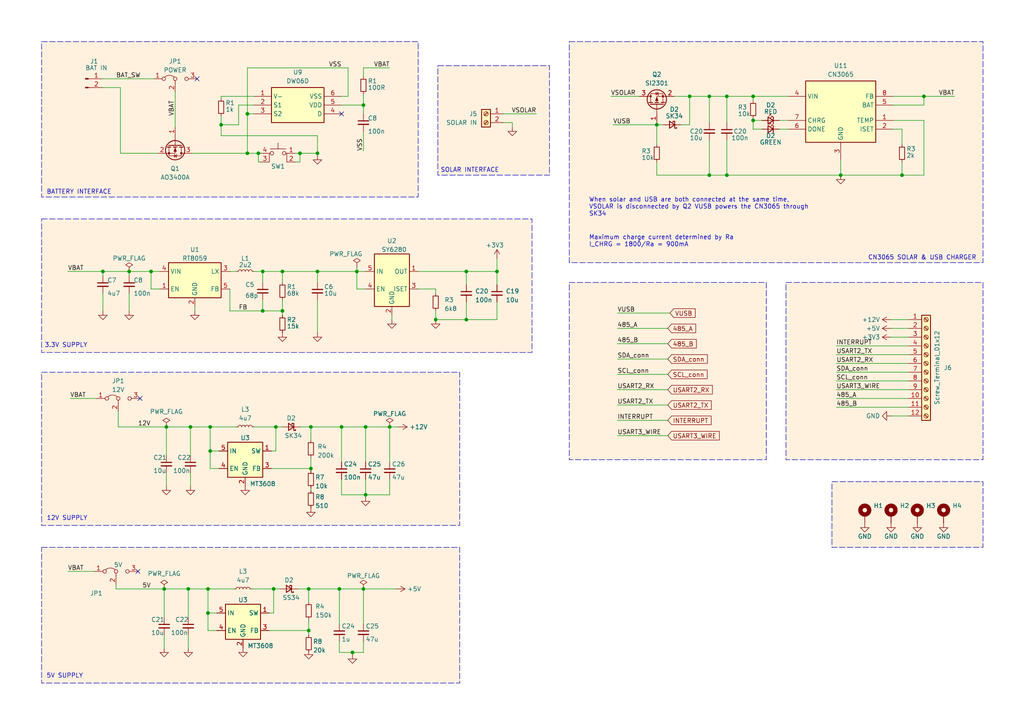
<source format=kicad_sch>
(kicad_sch (version 20230121) (generator eeschema)
  (paper "A4")
  (title_block (title "NPK RFM96 Board") (date "2023-08-11") (rev "v1a") (company "SENSEA LABS"))
  (junction (at 92.075 44.45))
  (junction (at 89.535 182.88))
  (junction (at 106.045 123.825))
  (junction (at 190.5 36.195))
  (junction (at 81.915 78.74))
  (junction (at 29.845 78.74))
  (junction (at 106.045 143.51))
  (junction (at 144.145 78.74))
  (junction (at 47.625 170.815))
  (junction (at 218.44 34.925))
  (junction (at 103.505 78.74))
  (junction (at 102.235 189.23))
  (junction (at 86.995 44.45))
  (junction (at 99.06 123.825))
  (junction (at 64.135 36.195))
  (junction (at 243.84 50.8))
  (junction (at 261.62 50.8))
  (junction (at 105.41 170.815))
  (junction (at 200.025 27.94))
  (junction (at 210.82 50.8))
  (junction (at 71.755 44.45))
  (junction (at 60.96 123.825))
  (junction (at 60.325 170.815))
  (junction (at 55.245 123.825))
  (junction (at 135.255 92.71))
  (junction (at 113.03 123.825))
  (junction (at 126.365 92.71))
  (junction (at 79.375 170.815))
  (junction (at 98.425 170.815))
  (junction (at 81.915 90.17))
  (junction (at 74.93 44.45))
  (junction (at 135.255 78.74))
  (junction (at 71.755 33.02))
  (junction (at 76.2 78.74))
  (junction (at 48.26 123.825))
  (junction (at 92.075 78.74))
  (junction (at 37.465 78.74))
  (junction (at 90.17 135.89))
  (junction (at 205.74 27.94))
  (junction (at 43.815 78.74))
  (junction (at 205.74 50.8))
  (junction (at 89.535 170.815))
  (junction (at 105.41 30.48))
  (junction (at 60.96 130.81))
  (junction (at 210.82 27.94))
  (junction (at 218.44 27.94))
  (junction (at 60.325 177.8))
  (junction (at 54.61 170.815))
  (junction (at 90.17 123.825))
  (junction (at 80.01 123.825))
  (junction (at 267.97 27.94))
  (junction (at 76.2 90.17))
  (no_connect (at 40.64 115.57))
  (no_connect (at 99.06 33.02))
  (no_connect (at 40.005 165.735))
  (no_connect (at 57.15 22.86))
  (wire (pts (xy 29.845 80.01) (xy 29.845 78.74)))
  (wire (pts (xy 81.915 78.74) (xy 81.915 81.915)))
  (wire (pts (xy 89.535 182.88) (xy 89.535 179.705)))
  (wire (pts (xy 34.925 25.4) (xy 34.925 44.45)))
  (wire (pts (xy 37.465 80.01) (xy 37.465 78.74)))
  (wire (pts (xy 92.075 39.37) (xy 92.075 44.45)))
  (wire (pts (xy 105.41 27.305) (xy 105.41 30.48)))
  (wire (pts (xy 33.655 170.815) (xy 47.625 170.815)))
  (wire (pts (xy 121.285 83.82) (xy 126.365 83.82)))
  (wire (pts (xy 258.445 95.25) (xy 263.525 95.25)))
  (wire (pts (xy 106.045 143.51) (xy 113.03 143.51)))
  (wire (pts (xy 29.845 22.86) (xy 44.45 22.86)))
  (wire (pts (xy 73.66 27.94) (xy 64.135 27.94)))
  (wire (pts (xy 60.96 135.89) (xy 60.96 130.81)))
  (wire (pts (xy 113.03 19.685) (xy 105.41 19.685)))
  (wire (pts (xy 218.44 37.465) (xy 218.44 34.925)))
  (wire (pts (xy 218.44 34.925) (xy 220.98 34.925)))
  (wire (pts (xy 90.17 141.605) (xy 90.17 142.24)))
  (wire (pts (xy 98.425 186.055) (xy 98.425 189.23)))
  (wire (pts (xy 106.045 139.065) (xy 106.045 143.51)))
  (wire (pts (xy 81.915 86.995) (xy 81.915 90.17)))
  (wire (pts (xy 99.06 133.985) (xy 99.06 123.825)))
  (wire (pts (xy 115.57 123.825) (xy 113.03 123.825)))
  (wire (pts (xy 226.06 37.465) (xy 228.6 37.465)))
  (wire (pts (xy 81.915 78.74) (xy 92.075 78.74)))
  (wire (pts (xy 135.255 78.74) (xy 144.145 78.74)))
  (wire (pts (xy 34.29 119.38) (xy 34.29 123.825)))
  (wire (pts (xy 242.57 107.95) (xy 263.525 107.95)))
  (wire (pts (xy 190.5 35.56) (xy 190.5 36.195)))
  (wire (pts (xy 113.03 143.51) (xy 113.03 139.065)))
  (wire (pts (xy 54.61 170.815) (xy 54.61 179.07)))
  (wire (pts (xy 135.255 92.71) (xy 126.365 92.71)))
  (wire (pts (xy 73.025 170.815) (xy 79.375 170.815)))
  (wire (pts (xy 135.255 87.63) (xy 135.255 92.71)))
  (wire (pts (xy 243.84 50.8) (xy 243.84 46.355)))
  (wire (pts (xy 89.535 189.23) (xy 89.535 188.595)))
  (wire (pts (xy 60.325 182.88) (xy 60.325 177.8)))
  (wire (pts (xy 73.66 30.48) (xy 69.215 30.48)))
  (wire (pts (xy 177.165 27.94) (xy 185.42 27.94)))
  (wire (pts (xy 76.2 90.17) (xy 81.915 90.17)))
  (wire (pts (xy 259.08 34.925) (xy 267.97 34.925)))
  (wire (pts (xy 99.06 143.51) (xy 106.045 143.51)))
  (wire (pts (xy 113.03 123.825) (xy 106.045 123.825)))
  (wire (pts (xy 74.93 44.45) (xy 75.565 44.45)))
  (wire (pts (xy 98.425 189.23) (xy 102.235 189.23)))
  (wire (pts (xy 261.62 37.465) (xy 261.62 41.91)))
  (wire (pts (xy 64.135 27.94) (xy 64.135 28.575)))
  (wire (pts (xy 90.17 135.89) (xy 90.17 132.715)))
  (wire (pts (xy 105.41 170.815) (xy 114.935 170.815)))
  (wire (pts (xy 43.815 78.74) (xy 46.355 78.74)))
  (wire (pts (xy 71.755 19.685) (xy 100.965 19.685)))
  (wire (pts (xy 226.06 34.925) (xy 228.6 34.925)))
  (wire (pts (xy 100.965 19.685) (xy 100.965 27.94)))
  (wire (pts (xy 126.365 83.82) (xy 126.365 85.09)))
  (wire (pts (xy 34.29 123.825) (xy 48.26 123.825)))
  (wire (pts (xy 205.74 35.56) (xy 205.74 27.94)))
  (wire (pts (xy 64.135 39.37) (xy 64.135 36.195)))
  (wire (pts (xy 258.445 92.71) (xy 263.525 92.71)))
  (wire (pts (xy 205.74 40.64) (xy 205.74 50.8)))
  (wire (pts (xy 60.96 130.81) (xy 60.96 123.825)))
  (wire (pts (xy 90.17 123.825) (xy 90.17 127.635)))
  (wire (pts (xy 210.82 40.64) (xy 210.82 50.8)))
  (wire (pts (xy 99.06 30.48) (xy 105.41 30.48)))
  (wire (pts (xy 69.215 30.48) (xy 69.215 36.195)))
  (wire (pts (xy 85.725 44.45) (xy 86.995 44.45)))
  (wire (pts (xy 190.5 36.195) (xy 192.405 36.195)))
  (wire (pts (xy 190.5 41.91) (xy 190.5 36.195)))
  (wire (pts (xy 19.685 165.735) (xy 27.305 165.735)))
  (wire (pts (xy 105.41 180.975) (xy 105.41 170.815)))
  (wire (pts (xy 20.32 115.57) (xy 27.94 115.57)))
  (wire (pts (xy 220.98 37.465) (xy 218.44 37.465)))
  (wire (pts (xy 106.045 133.985) (xy 106.045 123.825)))
  (wire (pts (xy 73.66 33.02) (xy 71.755 33.02)))
  (wire (pts (xy 105.41 30.48) (xy 105.41 33.02)))
  (wire (pts (xy 113.03 133.985) (xy 113.03 123.825)))
  (wire (pts (xy 242.57 102.87) (xy 263.525 102.87)))
  (wire (pts (xy 99.06 123.825) (xy 106.045 123.825)))
  (wire (pts (xy 179.07 90.805) (xy 194.31 90.805)))
  (wire (pts (xy 146.05 33.02) (xy 155.575 33.02)))
  (wire (pts (xy 242.57 110.49) (xy 263.525 110.49)))
  (wire (pts (xy 267.97 34.925) (xy 267.97 50.8)))
  (wire (pts (xy 48.26 140.97) (xy 48.26 137.16)))
  (wire (pts (xy 100.965 27.94) (xy 99.06 27.94)))
  (wire (pts (xy 33.655 169.545) (xy 33.655 170.815)))
  (wire (pts (xy 144.145 87.63) (xy 144.145 92.71)))
  (wire (pts (xy 126.365 92.71) (xy 126.365 90.17)))
  (wire (pts (xy 47.625 187.96) (xy 47.625 184.15)))
  (wire (pts (xy 63.5 130.81) (xy 60.96 130.81)))
  (wire (pts (xy 146.05 35.56) (xy 148.59 35.56)))
  (wire (pts (xy 43.815 83.82) (xy 43.815 78.74)))
  (wire (pts (xy 210.82 27.94) (xy 218.44 27.94)))
  (wire (pts (xy 66.675 90.17) (xy 66.675 83.82)))
  (wire (pts (xy 37.465 90.17) (xy 37.465 85.09)))
  (wire (pts (xy 54.61 170.815) (xy 60.325 170.815)))
  (wire (pts (xy 267.97 50.8) (xy 261.62 50.8)))
  (wire (pts (xy 74.93 46.99) (xy 74.93 44.45)))
  (wire (pts (xy 19.685 78.74) (xy 29.845 78.74)))
  (wire (pts (xy 103.505 83.82) (xy 103.505 78.74)))
  (wire (pts (xy 200.025 36.195) (xy 200.025 27.94)))
  (wire (pts (xy 98.425 170.815) (xy 105.41 170.815)))
  (wire (pts (xy 74.93 46.99) (xy 75.565 46.99)))
  (wire (pts (xy 55.245 140.97) (xy 55.245 137.16)))
  (wire (pts (xy 66.675 78.74) (xy 68.58 78.74)))
  (wire (pts (xy 55.245 123.825) (xy 55.245 132.08)))
  (wire (pts (xy 80.01 130.81) (xy 80.01 123.825)))
  (wire (pts (xy 47.625 170.815) (xy 47.625 179.07)))
  (wire (pts (xy 29.845 78.74) (xy 37.465 78.74)))
  (wire (pts (xy 92.075 78.74) (xy 92.075 81.915)))
  (wire (pts (xy 86.995 123.825) (xy 90.17 123.825)))
  (wire (pts (xy 60.96 123.825) (xy 68.58 123.825)))
  (wire (pts (xy 267.97 27.94) (xy 276.86 27.94)))
  (wire (pts (xy 92.075 39.37) (xy 64.135 39.37)))
  (wire (pts (xy 86.995 46.99) (xy 86.995 44.45)))
  (wire (pts (xy 86.995 44.45) (xy 92.075 44.45)))
  (wire (pts (xy 106.045 143.51) (xy 106.045 144.145)))
  (wire (pts (xy 99.06 123.825) (xy 90.17 123.825)))
  (wire (pts (xy 258.445 97.79) (xy 263.525 97.79)))
  (wire (pts (xy 55.245 123.825) (xy 60.96 123.825)))
  (wire (pts (xy 179.07 121.92) (xy 193.675 121.92)))
  (wire (pts (xy 144.145 78.74) (xy 144.145 82.55)))
  (wire (pts (xy 102.235 189.23) (xy 105.41 189.23)))
  (wire (pts (xy 205.74 50.8) (xy 210.82 50.8)))
  (wire (pts (xy 105.41 189.23) (xy 105.41 186.055)))
  (wire (pts (xy 259.08 30.48) (xy 267.97 30.48)))
  (wire (pts (xy 48.26 123.825) (xy 48.26 132.08)))
  (wire (pts (xy 105.41 19.685) (xy 105.41 22.225)))
  (wire (pts (xy 121.285 78.74) (xy 135.255 78.74)))
  (wire (pts (xy 267.97 30.48) (xy 267.97 27.94)))
  (wire (pts (xy 102.235 189.865) (xy 102.235 189.23)))
  (wire (pts (xy 99.06 143.51) (xy 99.06 139.065)))
  (wire (pts (xy 80.01 123.825) (xy 81.915 123.825)))
  (wire (pts (xy 210.82 27.94) (xy 210.82 35.56)))
  (wire (pts (xy 98.425 180.975) (xy 98.425 170.815)))
  (wire (pts (xy 190.5 46.99) (xy 190.5 50.8)))
  (wire (pts (xy 205.74 27.94) (xy 210.82 27.94)))
  (wire (pts (xy 113.665 92.71) (xy 113.665 91.44)))
  (wire (pts (xy 81.915 90.17) (xy 81.915 91.44)))
  (wire (pts (xy 242.57 113.03) (xy 263.525 113.03)))
  (wire (pts (xy 78.74 130.81) (xy 80.01 130.81)))
  (wire (pts (xy 76.2 78.74) (xy 81.915 78.74)))
  (wire (pts (xy 78.74 135.89) (xy 90.17 135.89)))
  (wire (pts (xy 76.2 78.74) (xy 76.2 81.915)))
  (wire (pts (xy 210.82 50.8) (xy 243.84 50.8)))
  (wire (pts (xy 218.44 27.94) (xy 228.6 27.94)))
  (wire (pts (xy 197.485 36.195) (xy 200.025 36.195)))
  (wire (pts (xy 218.44 27.94) (xy 218.44 29.21)))
  (wire (pts (xy 261.62 50.8) (xy 243.84 50.8)))
  (wire (pts (xy 48.26 123.825) (xy 55.245 123.825)))
  (wire (pts (xy 98.425 170.815) (xy 89.535 170.815)))
  (wire (pts (xy 179.07 95.25) (xy 193.675 95.25)))
  (wire (pts (xy 89.535 170.815) (xy 89.535 174.625)))
  (wire (pts (xy 179.07 117.475) (xy 193.675 117.475)))
  (wire (pts (xy 179.07 99.695) (xy 193.675 99.695)))
  (wire (pts (xy 179.07 104.14) (xy 193.675 104.14)))
  (wire (pts (xy 63.5 135.89) (xy 60.96 135.89)))
  (wire (pts (xy 60.325 177.8) (xy 60.325 170.815)))
  (wire (pts (xy 71.755 44.45) (xy 74.93 44.45)))
  (wire (pts (xy 261.62 46.99) (xy 261.62 50.8)))
  (wire (pts (xy 242.57 115.57) (xy 263.525 115.57)))
  (wire (pts (xy 259.08 37.465) (xy 261.62 37.465)))
  (wire (pts (xy 69.215 36.195) (xy 64.135 36.195)))
  (wire (pts (xy 179.07 108.585) (xy 193.675 108.585)))
  (wire (pts (xy 73.66 78.74) (xy 76.2 78.74)))
  (wire (pts (xy 79.375 177.8) (xy 79.375 170.815)))
  (wire (pts (xy 89.535 184.15) (xy 89.535 182.88)))
  (wire (pts (xy 55.88 44.45) (xy 71.755 44.45)))
  (wire (pts (xy 62.865 182.88) (xy 60.325 182.88)))
  (wire (pts (xy 135.255 82.55) (xy 135.255 78.74)))
  (wire (pts (xy 144.145 92.71) (xy 135.255 92.71)))
  (wire (pts (xy 103.505 78.74) (xy 106.045 78.74)))
  (wire (pts (xy 267.97 27.94) (xy 259.08 27.94)))
  (wire (pts (xy 47.625 170.815) (xy 54.61 170.815)))
  (wire (pts (xy 179.07 113.03) (xy 193.675 113.03)))
  (wire (pts (xy 29.845 90.17) (xy 29.845 85.09)))
  (wire (pts (xy 92.075 86.995) (xy 92.075 96.52)))
  (wire (pts (xy 200.025 27.94) (xy 205.74 27.94)))
  (wire (pts (xy 177.8 36.195) (xy 190.5 36.195)))
  (wire (pts (xy 78.105 177.8) (xy 79.375 177.8)))
  (wire (pts (xy 106.045 83.82) (xy 103.505 83.82)))
  (wire (pts (xy 218.44 34.925) (xy 218.44 34.29)))
  (wire (pts (xy 64.135 36.195) (xy 64.135 33.655)))
  (wire (pts (xy 71.755 33.02) (xy 71.755 44.45)))
  (wire (pts (xy 73.66 123.825) (xy 80.01 123.825)))
  (wire (pts (xy 195.58 27.94) (xy 200.025 27.94)))
  (wire (pts (xy 50.8 26.67) (xy 50.8 36.83)))
  (wire (pts (xy 92.075 78.74) (xy 103.505 78.74)))
  (wire (pts (xy 60.325 170.815) (xy 67.945 170.815)))
  (wire (pts (xy 190.5 50.8) (xy 205.74 50.8)))
  (wire (pts (xy 103.505 77.47) (xy 103.505 78.74)))
  (wire (pts (xy 148.59 35.56) (xy 148.59 36.83)))
  (wire (pts (xy 105.41 38.1) (xy 105.41 43.815)))
  (wire (pts (xy 56.515 90.17) (xy 56.515 88.9)))
  (wire (pts (xy 242.57 118.11) (xy 263.525 118.11)))
  (wire (pts (xy 258.445 120.65) (xy 263.525 120.65)))
  (wire (pts (xy 90.17 136.525) (xy 90.17 135.89)))
  (wire (pts (xy 66.675 90.17) (xy 76.2 90.17)))
  (wire (pts (xy 34.925 44.45) (xy 45.72 44.45)))
  (wire (pts (xy 242.57 105.41) (xy 263.525 105.41)))
  (wire (pts (xy 37.465 78.74) (xy 43.815 78.74)))
  (wire (pts (xy 242.57 100.33) (xy 263.525 100.33)))
  (wire (pts (xy 78.105 182.88) (xy 89.535 182.88)))
  (wire (pts (xy 71.755 19.685) (xy 71.755 33.02)))
  (wire (pts (xy 76.2 90.17) (xy 76.2 86.995)))
  (wire (pts (xy 85.725 46.99) (xy 86.995 46.99)))
  (wire (pts (xy 54.61 187.96) (xy 54.61 184.15)))
  (wire (pts (xy 79.375 170.815) (xy 81.28 170.815)))
  (wire (pts (xy 62.865 177.8) (xy 60.325 177.8)))
  (wire (pts (xy 46.355 83.82) (xy 43.815 83.82)))
  (wire (pts (xy 86.36 170.815) (xy 89.535 170.815)))
  (wire (pts (xy 179.07 126.365) (xy 193.675 126.365)))
  (wire (pts (xy 92.075 44.45) (xy 92.075 45.085)))
  (wire (pts (xy 144.145 74.93) (xy 144.145 78.74)))
  (wire (pts (xy 29.845 25.4) (xy 34.925 25.4)))
  (rectangle (start 12.065 158.75) (end 133.35 198.12) (stroke (width 0) (type dash)) (fill (type color) (color 255 229 191 0.5)))
  (rectangle (start 241.3 139.7) (end 285.115 158.75) (stroke (width 0) (type dash)) (fill (type color) (color 255 229 191 0.5)))
  (rectangle (start 227.965 81.915) (end 285.115 133.35) (stroke (width 0) (type dash)) (fill (type color) (color 255 229 191 0.5)))
  (rectangle (start 12.065 63.5) (end 154.305 102.235) (stroke (width 0) (type dash)) (fill (type color) (color 255 229 191 0.5)))
  (rectangle (start 12.065 12.065) (end 121.285 57.15) (stroke (width 0) (type dash)) (fill (type color) (color 255 229 191 0.5)))
  (rectangle (start 12.065 107.95) (end 133.35 152.4) (stroke (width 0) (type dash)) (fill (type color) (color 255 229 191 0.5)))
  (rectangle (start 165.1 81.915) (end 222.25 133.35) (stroke (width 0) (type dash)) (fill (type color) (color 255 229 191 0.5)))
  (rectangle (start 127 19.05) (end 159.385 50.8) (stroke (width 0) (type dash)) (fill (type color) (color 255 229 191 0.5)))
  (rectangle (start 165.1 12.065) (end 285.115 76.2) (stroke (width 0) (type dash)) (fill (type color) (color 255 229 191 0.5)))
  (text "3.3V SUPPLY" (at 25.4 100.965 0) (effects (font (size 1.27 1.27)) (justify right bottom)))
  (text "Maximum charge current determined by Ra\nI_CHRG = 1800/Ra = 900mA" (at 170.815 71.755 0) (effects (font (size 1.27 1.27)) (justify left bottom)))
  (text "12V SUPPLY" (at 25.4 151.13 0) (effects (font (size 1.27 1.27)) (justify right bottom)))
  (text "When solar and USB are both connected at the same time,\nVSOLAR is disconnected by Q2 VUSB powers the CN3065 through\nSK34" (at 170.815 62.865 0) (effects (font (size 1.27 1.27)) (justify left bottom)))
  (text "SOLAR INTERFACE" (at 144.78 50.165 0) (effects (font (size 1.27 1.27)) (justify right bottom)))
  (text "5V SUPPLY" (at 24.13 196.85 0) (effects (font (size 1.27 1.27)) (justify right bottom)))
  (text "BATTERY INTERFACE" (at 32.385 56.515 0) (effects (font (size 1.27 1.27)) (justify right bottom)))
  (text "CN3065 SOLAR & USB CHARGER" (at 283.21 75.565 0) (effects (font (size 1.27 1.27)) (justify right bottom)))
  (label "BAT_SW" (at 33.655 22.86 0))
  (label "VBAT" (at 19.685 165.735 0))
  (label "USART3_WIRE" (at 242.57 113.03 0))
  (label "USART3_WIRE" (at 179.07 126.365 0))
  (label "VSS" (at 99.06 19.685 180))
  (label "USART2_TX" (at 179.07 117.475 0))
  (label "VBAT" (at 276.86 27.94 180))
  (label "VBAT" (at 113.03 19.685 180))
  (label "485_B" (at 179.07 99.695 0))
  (label "5V" (at 41.275 170.815 0))
  (label "INTERRUPT" (at 242.57 100.33 0))
  (label "VSOLAR" (at 177.165 27.94 0))
  (label "485_A" (at 179.07 95.25 0))
  (label "VUSB" (at 179.07 90.805 0))
  (label "FB" (at 69.215 90.17 0))
  (label "VBAT" (at 50.8 33.655 90))
  (label "USART2_TX" (at 242.57 102.87 0))
  (label "485_B" (at 242.57 118.11 0))
  (label "12V" (at 40.005 123.825 0))
  (label "SCL_conn" (at 179.07 108.585 0))
  (label "SDA_conn" (at 179.07 104.14 0))
  (label "VSS" (at 105.41 43.815 90))
  (label "SCL_conn" (at 242.57 110.49 0))
  (label "VSOLAR" (at 155.575 33.02 180))
  (label "SDA_conn" (at 242.57 107.95 0))
  (label "VBAT" (at 20.32 115.57 0))
  (label "485_A" (at 242.57 115.57 0))
  (label "VBAT" (at 19.685 78.74 0))
  (label "USART2_RX" (at 242.57 105.41 0))
  (label "VUSB" (at 177.8 36.195 0))
  (label "USART2_RX" (at 179.07 113.03 0))
  (label "INTERRUPT" (at 179.07 121.92 0))
  (global_label "USART3_WIRE" (shape input) (at 193.675 126.365 0) (property "Intersheetrefs" "${INTERSHEET_REFS}" (effects hide)))
  (global_label "USART2_RX" (shape input) (at 193.675 113.03 0) (property "Intersheetrefs" "${INTERSHEET_REFS}" (effects hide)))
  (global_label "VUSB" (shape input) (at 194.31 90.805 0) (property "Intersheetrefs" "${INTERSHEET_REFS}" (effects hide)))
  (global_label "485_B" (shape input) (at 193.675 99.695 0) (property "Intersheetrefs" "${INTERSHEET_REFS}" (effects hide)))
  (global_label "485_A" (shape input) (at 193.675 95.25 0) (property "Intersheetrefs" "${INTERSHEET_REFS}" (effects hide)))
  (global_label "INTERRUPT" (shape input) (at 193.675 121.92 0) (property "Intersheetrefs" "${INTERSHEET_REFS}" (effects hide)))
  (global_label "USART2_TX" (shape input) (at 193.675 117.475 0) (property "Intersheetrefs" "${INTERSHEET_REFS}" (effects hide)))
  (global_label "SCL_conn" (shape input) (at 193.675 108.585 0) (property "Intersheetrefs" "${INTERSHEET_REFS}" (effects hide)))
  (global_label "SDA_conn" (shape input) (at 193.675 104.14 0) (property "Intersheetrefs" "${INTERSHEET_REFS}" (effects hide)))
  (symbol (lib_id "power:GND") (at 126.365 92.71 0) (unit 1)
    (property "Reference" "#PWR015" (effects hide))
    (property "Value" "GND" (effects hide))
    (instances (project "NPK_Board" (path "" (reference "#PWR015") (unit 1)) (path "" (reference "#PWR09") (unit 1))) (project "NPK_Board x RFM96" (path "" (reference "#PWR055") (unit 1))) (project "STLoRa_Carrier_Board" (path "" (reference "#PWR07") (unit 1))))
  )
  (symbol (lib_id "Transistor_FET:AO3400A") (at 50.8 41.91 270) (unit 1)
    (property "Reference" "Q1" (at 50.8 48.895 90))
    (property "Value" "AO3400A" (at 50.8 51.435 90))
    (property "Footprint" "Package_TO_SOT_SMD:SOT-23" (effects hide))
    (property "Datasheet" "http://www.aosmd.com/pdfs/datasheet/AO3400A.pdf" (effects hide))
  )
  (symbol (lib_id "power:GND") (at 92.075 45.085 0) (unit 1)
    (property "Reference" "#PWR07" (effects hide))
    (property "Value" "GND" (effects hide))
    (instances (project "NPK_Board" (path "" (reference "#PWR07") (unit 1)) (path "" (reference "#PWR08") (unit 1))) (project "NPK_Board x RFM96" (path "" (reference "#PWR048") (unit 1))) (project "STLoRa_Carrier_Board" (path "" (reference "#PWR03") (unit 1))))
  )
  (symbol (lib_id "Jumper:Jumper_3_Bridged12") (at 50.8 22.86 0) (unit 1)
    (property "Reference" "JP1" (at 50.8 17.78 0))
    (property "Value" "POWER" (at 50.8 20.32 0))
    (property "Footprint" "Connector_PinHeader_2.54mm:PinHeader_1x03_P2.54mm_Vertical" (effects hide))
    (instances (project "NPK_Board" (path "" (reference "JP1") (unit 1)) (path "" (reference "JP1") (unit 1))) (project "NPK_Board x RFM96" (path "" (reference "JP3") (unit 1))))
  )
  (symbol (lib_id "Collins_Custom_Libs:RT8059") (at 56.515 81.28 0) (unit 1)
    (property "Reference" "U1" (at 56.515 72.39 0))
    (property "Value" "RT8059" (at 56.515 74.93 0))
    (property "Footprint" "Package_TO_SOT_SMD:SOT-23-5" (effects hide))
    (property "Datasheet" "https://datasheet.lcsc.com/lcsc/1811100910_Richtek-Tech-RT8059GJ5_C20542.pdf" (effects hide))
    (instances (project "NPK_Board" (path "" (reference "U1") (unit 1)) (path "" (reference "U1") (unit 1))) (project "NPK_Board x RFM96" (path "" (reference "U6") (unit 1))) (project "STLoRa_Carrier_Board" (path "" (reference "U1") (unit 1))))
  )
  (symbol (lib_id "power:GND") (at 258.445 151.765 0) (unit 1)
    (property "Reference" "#PWR064" (effects hide))
    (property "Value" "GND" (at 258.445 155.575 0))
  )
  (symbol (lib_id "Device:LED_Small") (at 223.52 34.925 0) (mirror y) (unit 1)
    (property "Reference" "D2" (at 223.52 30.48 0))
    (property "Value" "RED" (at 223.52 32.385 0))
    (property "Footprint" "LED_SMD:LED_0603_1608Metric" (effects hide))
    (instances (project "NPK_Board x RFM96" (path "" (reference "D2") (unit 1)) (path "" (reference "D9") (unit 1))))
  )
  (symbol (lib_id "Collins_Custom_Libs:SY6280") (at 113.665 81.28 0) (unit 1)
    (property "Reference" "U2" (at 113.665 69.85 0))
    (property "Value" "SY6280" (at 114.3 72.39 0))
    (property "Footprint" "Package_TO_SOT_SMD:SOT-23-5" (effects hide))
    (property "Datasheet" "https://datasheet.lcsc.com/lcsc/1810121532_Silergy-Corp-SY6280AAC_C55136.pdf" (effects hide))
    (instances (project "NPK_Board" (path "" (reference "U2") (unit 1)) (path "" (reference "U2") (unit 1))) (project "NPK_Board x RFM96" (path "" (reference "U10") (unit 1))) (project "STLoRa_Carrier_Board" (path "" (reference "U2") (unit 1))))
  )
  (symbol (lib_id "Connector:Conn_01x02_Pin") (at 24.765 22.86 0) (unit 1)
    (property "Reference" "J1" (at 27.305 17.78 0))
    (property "Value" "BAT IN" (at 27.94 19.685 0))
    (property "Footprint" "Connector_JST:JST_PH_B2B-PH-K_1x02_P2.00mm_Vertical" (effects hide))
    (instances (project "NPK_Board" (path "" (reference "J1") (unit 1)) (path "" (reference "J1") (unit 1))) (project "NPK_Board x RFM96" (path "" (reference "J4") (unit 1))) (project "STLoRa_Carrier_Board" (path "" (reference "J2") (unit 1))))
  )
  (symbol (lib_id "power:GND") (at 71.12 140.97 0) (mirror y) (unit 1)
    (property "Reference" "#PWR022" (effects hide))
    (property "Value" "GND" (effects hide))
    (instances (project "NPK_Board" (path "" (reference "#PWR022") (unit 1)) (path "" (reference "#PWR021") (unit 1))) (project "NPK_Board x RFM96" (path "" (reference "#PWR044") (unit 1))) (project "STLoRa_Carrier_Board" (path "" (reference "#PWR06") (unit 1))))
  )
  (symbol (lib_id "Device:C_Small") (at 76.2 84.455 0) (unit 1)
    (property "Reference" "C5" (at 71.12 82.55 0) (effects (justify left)))
    (property "Value" "68p" (at 71.12 85.725 0) (effects (justify left)))
    (property "Footprint" "Capacitor_SMD:C_0402_1005Metric" (effects hide))
    (instances (project "NPK_Board" (path "" (reference "C5") (unit 1)) (path "" (reference "C19") (unit 1))) (project "NPK_Board x RFM96" (path "" (reference "C23") (unit 1))) (project "STLoRa_Carrier_Board" (path "" (reference "C2") (unit 1))))
  )
  (symbol (lib_id "power:GND") (at 56.515 90.17 0) (unit 1)
    (property "Reference" "#PWR07" (effects hide))
    (property "Value" "GND" (effects hide))
    (instances (project "NPK_Board" (path "" (reference "#PWR07") (unit 1)) (path "" (reference "#PWR08") (unit 1))) (project "NPK_Board x RFM96" (path "" (reference "#PWR042") (unit 1))) (project "STLoRa_Carrier_Board" (path "" (reference "#PWR03") (unit 1))))
  )
  (symbol (lib_id "Device:D_Schottky_Small") (at 84.455 123.825 180) (unit 1)
    (property "Reference" "D2" (at 84.455 121.285 0))
    (property "Value" "SK34" (at 85.09 126.365 0))
    (property "Footprint" "Diode_SMD:D_0603_1608Metric" (effects hide))
    (property "Datasheet" "https://datasheet.lcsc.com/lcsc/2208221800_MSKSEMI-SK34_C5140034.pdf" (effects hide))
    (instances (project "NPK_Board" (path "" (reference "D2") (unit 1)) (path "" (reference "D2") (unit 1))) (project "NPK_Board x RFM96" (path "" (reference "D7") (unit 1))))
  )
  (symbol (lib_id "power:GND") (at 243.84 50.8 0) (unit 1)
    (property "Reference" "#PWR015" (effects hide))
    (property "Value" "GND" (effects hide))
    (instances (project "NPK_Board" (path "" (reference "#PWR015") (unit 1)) (path "" (reference "#PWR09") (unit 1))) (project "NPK_Board x RFM96" (path "" (reference "#PWR058") (unit 1))) (project "STLoRa_Carrier_Board" (path "" (reference "#PWR07") (unit 1))))
  )
  (symbol (lib_id "Device:L_Small") (at 71.12 123.825 90) (unit 1)
    (property "Reference" "L3" (at 71.12 118.745 90))
    (property "Value" "4u7" (at 71.12 121.285 90))
    (property "Footprint" "Inductor_SMD:L_Sunlord_SWPA4030S" (effects hide))
    (instances (project "NPK_Board" (path "" (reference "L3") (unit 1)) (path "" (reference "L3") (unit 1))) (project "NPK_Board x RFM96" (path "" (reference "L3") (unit 1))) (project "STLoRa_Carrier_Board" (path "" (reference "L1") (unit 1))))
  )
  (symbol (lib_id "Device:R_Small") (at 81.915 84.455 0) (unit 1)
    (property "Reference" "R1" (at 83.185 83.185 0) (effects (justify left)))
    (property "Value" "68k" (at 83.185 85.09 0) (effects (justify left)))
    (property "Footprint" "Resistor_SMD:R_0603_1608Metric" (effects hide))
    (instances (project "NPK_Board" (path "" (reference "R1") (unit 1)) (path "" (reference "R2") (unit 1))) (project "NPK_Board x RFM96" (path "" (reference "R9") (unit 1))) (project "STLoRa_Carrier_Board" (path "" (reference "R1") (unit 1))))
  )
  (symbol (lib_id "Device:C_Small") (at 105.41 35.56 0) (unit 1)
    (property "Reference" "C8" (at 106.68 34.29 0) (effects (justify left)))
    (property "Value" "100n" (at 106.68 38.1 0) (effects (justify left)))
    (property "Footprint" "Capacitor_SMD:C_0603_1608Metric" (effects hide))
    (instances (project "NPK_Board" (path "" (reference "C8") (unit 1)) (path "" (reference "C6") (unit 1))) (project "NPK_Board x RFM96" (path "" (reference "C27") (unit 1))) (project "STLoRa_Carrier_Board" (path "" (reference "C1") (unit 1))))
  )
  (symbol (lib_id "Regulator_Switching:MT3608") (at 71.12 133.35 0) (unit 1)
    (property "Reference" "U3" (at 71.12 127 0))
    (property "Value" "MT3608" (at 76.2 140.335 0))
    (property "Footprint" "Package_TO_SOT_SMD:SOT-23-6" (effects hide))
    (property "Datasheet" "https://www.olimex.com/Products/Breadboarding/BB-PWR-3608/resources/MT3608.pdf" (effects hide))
    (instances (project "NPK_Board" (path "" (reference "U3") (unit 1)) (path "" (reference "U3") (unit 1))) (project "NPK_Board x RFM96" (path "" (reference "U8") (unit 1))))
  )
  (symbol (lib_id "Device:R_Small") (at 81.915 93.98 0) (unit 1)
    (property "Reference" "R2" (at 83.185 92.71 0) (effects (justify left)))
    (property "Value" "15k" (at 83.185 94.615 0) (effects (justify left)))
    (property "Footprint" "Resistor_SMD:R_0603_1608Metric" (effects hide))
    (instances (project "NPK_Board" (path "" (reference "R2") (unit 1)) (path "" (reference "R3") (unit 1))) (project "NPK_Board x RFM96" (path "" (reference "R10") (unit 1))) (project "STLoRa_Carrier_Board" (path "" (reference "R2") (unit 1))))
  )
  (symbol (lib_id "Connector:Screw_Terminal_01x02") (at 140.97 33.02 0) (mirror y) (unit 1)
    (property "Reference" "J5" (at 138.43 33.02 0) (effects (justify left)))
    (property "Value" "SOLAR IN" (at 138.43 35.56 0) (effects (justify left)))
    (property "Footprint" "TerminalBlock_Phoenix:TerminalBlock_Phoenix_MPT-0,5-2-2.54_1x02_P2.54mm_Horizontal" (effects hide))
  )
  (symbol (lib_id "power:PWR_FLAG") (at 37.465 78.74 0) (unit 1)
    (property "Reference" "#FLG01" (effects hide))
    (property "Value" "PWR_FLAG" (at 37.465 74.93 0))
    (instances (project "NPK_Board" (path "" (reference "#FLG01") (unit 1)) (path "" (reference "#FLG01") (unit 1))) (project "NPK_Board x RFM96" (path "" (reference "#FLG03") (unit 1))) (project "STLoRa_Carrier_Board" (path "" (reference "#FLG03") (unit 1))))
  )
  (symbol (lib_id "Device:R_Small") (at 105.41 24.765 0) (unit 1)
    (property "Reference" "R1" (at 106.68 23.495 0) (effects (justify left)))
    (property "Value" "100R" (at 106.68 25.4 0) (effects (justify left)))
    (property "Footprint" "Resistor_SMD:R_0603_1608Metric" (effects hide))
    (instances (project "NPK_Board" (path "" (reference "R1") (unit 1)) (path "" (reference "R2") (unit 1))) (project "NPK_Board x RFM96" (path "" (reference "R16") (unit 1))) (project "STLoRa_Carrier_Board" (path "" (reference "R1") (unit 1))))
  )
  (symbol (lib_id "Collins_Custom_Libs:CN3065") (at 228.6 26.035 0) (unit 1)
    (property "Reference" "U11" (at 243.84 19.05 0))
    (property "Value" "CN3065" (at 243.84 21.59 0))
    (property "Footprint" "Collins_Custom_Libs:SON50P300X300X90-9N-D" (effects hide))
    (property "Datasheet" "https://raw.githubusercontent.com/SeeedDocument/Lipo_Rider_Pro/master/res/DSE-CN3065.pdf" (effects hide))
    (property "Height" "0.9" (effects hide))
    (property "Manufacturer_Name" "Consonance" (effects hide))
    (property "Manufacturer_Part_Number" "CN3065" (effects hide))
  )
  (symbol (lib_id "power:GND") (at 273.685 151.765 0) (unit 1)
    (property "Reference" "#PWR066" (effects hide))
    (property "Value" "GND" (at 273.685 155.575 0))
  )
  (symbol (lib_id "Device:C_Small") (at 98.425 183.515 0) (unit 1)
    (property "Reference" "C24" (at 99.06 181.61 0) (effects (justify left)))
    (property "Value" "1u" (at 99.06 185.42 0) (effects (justify left)))
    (property "Footprint" "Capacitor_SMD:C_0603_1608Metric" (effects hide))
    (instances (project "NPK_Board" (path "" (reference "C24") (unit 1)) (path "" (reference "C24") (unit 1))) (project "NPK_Board x RFM96" (path "" (reference "C25") (unit 1))) (project "STLoRa_Carrier_Board" (path "" (reference "C3") (unit 1))))
  )
  (symbol (lib_id "Device:C_Small") (at 105.41 183.515 0) (unit 1)
    (property "Reference" "C25" (at 106.045 181.61 0) (effects (justify left)))
    (property "Value" "47u" (at 106.045 185.42 0) (effects (justify left)))
    (property "Footprint" "Capacitor_SMD:C_0805_2012Metric" (effects hide))
    (instances (project "NPK_Board" (path "" (reference "C25") (unit 1)) (path "" (reference "C25") (unit 1))) (project "NPK_Board x RFM96" (path "" (reference "C28") (unit 1))) (project "STLoRa_Carrier_Board" (path "" (reference "C3") (unit 1))))
  )
  (symbol (lib_id "Device:C_Small") (at 37.465 82.55 0) (unit 1)
    (property "Reference" "C8" (at 38.735 81.28 0) (effects (justify left)))
    (property "Value" "100n" (at 38.735 85.09 0) (effects (justify left)))
    (property "Footprint" "Capacitor_SMD:C_0402_1005Metric" (effects hide))
    (instances (project "NPK_Board" (path "" (reference "C8") (unit 1)) (path "" (reference "C6") (unit 1))) (project "NPK_Board x RFM96" (path "" (reference "C18") (unit 1))) (project "STLoRa_Carrier_Board" (path "" (reference "C1") (unit 1))))
  )
  (symbol (lib_id "Mechanical:MountingHole_Pad") (at 273.685 149.225 0) (unit 1)
    (property "Reference" "H4" (at 276.225 146.685 0) (effects (justify left)))
    (property "Value" "MountingHole_Pad" (effects hide))
    (property "Footprint" "MountingHole:MountingHole_2.2mm_M2_Pad_Via" (effects hide))
  )
  (symbol (lib_id "power:+12V") (at 258.445 92.71 90) (unit 1)
    (property "Reference" "#PWR060" (effects hide))
    (property "Value" "+12V" (at 255.27 92.71 90) (effects (justify left)))
  )
  (symbol (lib_id "Device:D_Schottky_Small") (at 83.82 170.815 180) (unit 1)
    (property "Reference" "D2" (at 83.82 168.275 0))
    (property "Value" "SS34" (at 84.455 173.355 0))
    (property "Footprint" "Diode_SMD:D_0603_1608Metric" (effects hide))
    (property "Datasheet" "https://datasheet.lcsc.com/lcsc/2110280930_YONGYUTAI-SS34_C2909963.pdf" (effects hide))
    (instances (project "NPK_Board" (path "" (reference "D2") (unit 1)) (path "" (reference "D2") (unit 1))) (project "NPK_Board x RFM96" (path "" (reference "D6") (unit 1))))
  )
  (symbol (lib_id "power:GND") (at 55.245 140.97 0) (mirror y) (unit 1)
    (property "Reference" "#PWR021" (effects hide))
    (property "Value" "GND" (effects hide))
    (instances (project "NPK_Board" (path "" (reference "#PWR021") (unit 1)) (path "" (reference "#PWR020") (unit 1))) (project "NPK_Board x RFM96" (path "" (reference "#PWR041") (unit 1))) (project "STLoRa_Carrier_Board" (path "" (reference "#PWR06") (unit 1))))
  )
  (symbol (lib_id "power:GND") (at 266.065 151.765 0) (unit 1)
    (property "Reference" "#PWR065" (effects hide))
    (property "Value" "GND" (at 266.065 155.575 0))
  )
  (symbol (lib_id "Mechanical:MountingHole_Pad") (at 250.825 149.225 0) (unit 1)
    (property "Reference" "H1" (at 253.365 146.685 0) (effects (justify left)))
    (property "Value" "MountingHole_Pad" (effects hide))
    (property "Footprint" "MountingHole:MountingHole_2.2mm_M2_Pad_Via" (effects hide))
  )
  (symbol (lib_id "power:PWR_FLAG") (at 105.41 170.815 0) (unit 1)
    (property "Reference" "#FLG04" (effects hide))
    (property "Value" "PWR_FLAG" (at 105.41 167.005 0))
    (instances (project "NPK_Board" (path "" (reference "#FLG04") (unit 1)) (path "" (reference "#FLG04") (unit 1))) (project "NPK_Board x RFM96" (path "" (reference "#FLG07") (unit 1))) (project "STLoRa_Carrier_Board" (path "" (reference "#FLG02") (unit 1))))
  )
  (symbol (lib_id "power:+3V3") (at 144.145 74.93 0) (unit 1)
    (property "Reference" "#PWR056" (effects hide))
    (property "Value" "+3V3" (at 143.51 71.12 0))
  )
  (symbol (lib_id "Device:C_Small") (at 92.075 84.455 0) (unit 1)
    (property "Reference" "C6" (at 93.98 83.185 0) (effects (justify left)))
    (property "Value" "10u" (at 93.98 85.09 0) (effects (justify left)))
    (property "Footprint" "Capacitor_SMD:C_0603_1608Metric" (effects hide))
    (instances (project "NPK_Board" (path "" (reference "C6") (unit 1)) (path "" (reference "C20") (unit 1))) (project "NPK_Board x RFM96" (path "" (reference "C24") (unit 1))) (project "STLoRa_Carrier_Board" (path "" (reference "C4") (unit 1))))
  )
  (symbol (lib_id "Device:C_Small") (at 106.045 136.525 0) (unit 1)
    (property "Reference" "C25" (at 106.68 134.62 0) (effects (justify left)))
    (property "Value" "47u" (at 106.68 138.43 0) (effects (justify left)))
    (property "Footprint" "Capacitor_SMD:C_0805_2012Metric" (effects hide))
    (instances (project "NPK_Board" (path "" (reference "C25") (unit 1)) (path "" (reference "C25") (unit 1))) (project "NPK_Board x RFM96" (path "" (reference "C29") (unit 1))) (project "STLoRa_Carrier_Board" (path "" (reference "C3") (unit 1))))
  )
  (symbol (lib_id "power:+5V") (at 258.445 95.25 90) (unit 1)
    (property "Reference" "#PWR061" (effects hide))
    (property "Value" "+5V" (at 255.27 95.25 90) (effects (justify left)))
  )
  (symbol (lib_id "power:GND") (at 90.17 147.32 0) (mirror y) (unit 1)
    (property "Reference" "#PWR028" (effects hide))
    (property "Value" "GND" (effects hide))
    (instances (project "NPK_Board" (path "" (reference "#PWR028") (unit 1)) (path "" (reference "#PWR022") (unit 1))) (project "NPK_Board x RFM96" (path "" (reference "#PWR047") (unit 1))) (project "STLoRa_Carrier_Board" (path "" (reference "#PWR06") (unit 1))))
  )
  (symbol (lib_id "Device:R_Small") (at 126.365 87.63 0) (unit 1)
    (property "Reference" "R3" (at 128.905 86.995 0) (effects (justify left)))
    (property "Value" "6k8" (at 128.905 89.535 0) (effects (justify left)))
    (property "Footprint" "Resistor_SMD:R_0603_1608Metric" (effects hide))
    (instances (project "NPK_Board" (path "" (reference "R3") (unit 1)) (path "" (reference "R1") (unit 1))) (project "NPK_Board x RFM96" (path "" (reference "R17") (unit 1))) (project "STLoRa_Carrier_Board" (path "" (reference "R3") (unit 1))))
  )
  (symbol (lib_id "Regulator_Switching:MT3608") (at 70.485 180.34 0) (unit 1)
    (property "Reference" "U3" (at 70.485 173.99 0))
    (property "Value" "MT3608" (at 75.565 187.325 0))
    (property "Footprint" "Package_TO_SOT_SMD:SOT-23-6" (effects hide))
    (property "Datasheet" "https://www.olimex.com/Products/Breadboarding/BB-PWR-3608/resources/MT3608.pdf" (effects hide))
    (instances (project "NPK_Board" (path "" (reference "U3") (unit 1)) (path "" (reference "U3") (unit 1))) (project "NPK_Board x RFM96" (path "" (reference "U7") (unit 1))))
  )
  (symbol (lib_id "Device:L_Small") (at 71.12 78.74 90) (unit 1)
    (property "Reference" "L1" (at 71.12 74.93 90))
    (property "Value" "2u2" (at 71.12 76.835 90))
    (property "Footprint" "Inductor_SMD:L_Sunlord_SWPA3015S" (effects hide))
    (instances (project "NPK_Board" (path "" (reference "L1") (unit 1)) (path "" (reference "L1") (unit 1))) (project "NPK_Board x RFM96" (path "" (reference "L2") (unit 1))) (project "STLoRa_Carrier_Board" (path "" (reference "L1") (unit 1))))
  )
  (symbol (lib_id "power:GND") (at 113.665 92.71 0) (unit 1)
    (property "Reference" "#PWR016" (effects hide))
    (property "Value" "GND" (effects hide))
    (instances (project "NPK_Board" (path "" (reference "#PWR016") (unit 1)) (path "" (reference "#PWR015") (unit 1))) (project "NPK_Board x RFM96" (path "" (reference "#PWR052") (unit 1))) (project "STLoRa_Carrier_Board" (path "" (reference "#PWR06") (unit 1))))
  )
  (symbol (lib_id "Device:C_Small") (at 210.82 38.1 0) (unit 1)
    (property "Reference" "C20" (at 212.725 38.1 0) (effects (justify left)))
    (property "Value" "100n" (at 212.09 40.005 0) (effects (justify left)))
    (property "Footprint" "Capacitor_SMD:C_0603_1608Metric" (effects hide))
    (instances (project "NPK_Board" (path "" (reference "C20") (unit 1)) (path "" (reference "C8") (unit 1))) (project "NPK_Board x RFM96" (path "" (reference "C34") (unit 1))) (project "STLoRa_Carrier_Board" (path "" (reference "C5") (unit 1))))
  )
  (symbol (lib_id "power:GND") (at 70.485 187.96 0) (mirror y) (unit 1)
    (property "Reference" "#PWR022" (effects hide))
    (property "Value" "GND" (effects hide))
    (instances (project "NPK_Board" (path "" (reference "#PWR022") (unit 1)) (path "" (reference "#PWR021") (unit 1))) (project "NPK_Board x RFM96" (path "" (reference "#PWR043") (unit 1))) (project "STLoRa_Carrier_Board" (path "" (reference "#PWR06") (unit 1))))
  )
  (symbol (lib_id "power:GND") (at 250.825 151.765 0) (unit 1)
    (property "Reference" "#PWR059" (effects hide))
    (property "Value" "GND" (at 250.825 155.575 0))
  )
  (symbol (lib_id "Mechanical:MountingHole_Pad") (at 258.445 149.225 0) (unit 1)
    (property "Reference" "H2" (at 260.985 146.685 0) (effects (justify left)))
    (property "Value" "MountingHole_Pad" (effects hide))
    (property "Footprint" "MountingHole:MountingHole_2.2mm_M2_Pad_Via" (effects hide))
  )
  (symbol (lib_id "Device:C_Small") (at 205.74 38.1 0) (unit 1)
    (property "Reference" "C20" (at 200.025 38.1 0) (effects (justify left)))
    (property "Value" "10u" (at 200.025 40.005 0) (effects (justify left)))
    (property "Footprint" "Capacitor_SMD:C_0603_1608Metric" (effects hide))
    (instances (project "NPK_Board" (path "" (reference "C20") (unit 1)) (path "" (reference "C8") (unit 1))) (project "NPK_Board x RFM96" (path "" (reference "C33") (unit 1))) (project "STLoRa_Carrier_Board" (path "" (reference "C5") (unit 1))))
  )
  (symbol (lib_id "power:GND") (at 48.26 140.97 0) (mirror y) (unit 1)
    (property "Reference" "#PWR020" (effects hide))
    (property "Value" "GND" (effects hide))
    (instances (project "NPK_Board" (path "" (reference "#PWR020") (unit 1)) (path "" (reference "#PWR017") (unit 1))) (project "NPK_Board x RFM96" (path "" (reference "#PWR039") (unit 1))) (project "STLoRa_Carrier_Board" (path "" (reference "#PWR06") (unit 1))))
  )
  (symbol (lib_id "Device:C_Small") (at 113.03 136.525 0) (unit 1)
    (property "Reference" "C26" (at 113.665 134.62 0) (effects (justify left)))
    (property "Value" "47u" (at 113.665 138.43 0) (effects (justify left)))
    (property "Footprint" "Capacitor_SMD:C_0805_2012Metric" (effects hide))
    (instances (project "NPK_Board" (path "" (reference "C26") (unit 1)) (path "" (reference "C26") (unit 1))) (project "NPK_Board x RFM96" (path "" (reference "C30") (unit 1))) (project "STLoRa_Carrier_Board" (path "" (reference "C3") (unit 1))))
  )
  (symbol (lib_id "Device:D_Schottky_Small") (at 194.945 36.195 180) (unit 1)
    (property "Reference" "D2" (at 195.58 31.75 0))
    (property "Value" "SK34" (at 195.58 33.655 0))
    (property "Footprint" "Diode_SMD:D_0603_1608Metric" (effects hide))
    (property "Datasheet" "https://datasheet.lcsc.com/lcsc/2208221800_MSKSEMI-SK34_C5140034.pdf" (effects hide))
    (instances (project "NPK_Board" (path "" (reference "D2") (unit 1)) (path "" (reference "D2") (unit 1))) (project "NPK_Board x RFM96" (path "" (reference "D8") (unit 1))))
  )
  (symbol (lib_id "power:+5V") (at 114.935 170.815 270) (unit 1)
    (property "Reference" "#PWR053" (effects hide))
    (property "Value" "+5V" (at 118.11 170.815 90) (effects (justify left)))
  )
  (symbol (lib_id "Device:C_Small") (at 48.26 134.62 0) (unit 1)
    (property "Reference" "C21" (at 44.45 132.715 0) (effects (justify left)))
    (property "Value" "10u" (at 44.45 136.525 0) (effects (justify left)))
    (property "Footprint" "Capacitor_SMD:C_0603_1608Metric" (effects hide))
    (instances (project "NPK_Board" (path "" (reference "C21") (unit 1)) (path "" (reference "C21") (unit 1))) (project "NPK_Board x RFM96" (path "" (reference "C20") (unit 1))) (project "STLoRa_Carrier_Board" (path "" (reference "C3") (unit 1))))
  )
  (symbol (lib_id "power:PWR_FLAG") (at 113.03 123.825 0) (unit 1)
    (property "Reference" "#FLG04" (effects hide))
    (property "Value" "PWR_FLAG" (at 113.03 120.015 0))
    (instances (project "NPK_Board" (path "" (reference "#FLG04") (unit 1)) (path "" (reference "#FLG04") (unit 1))) (project "NPK_Board x RFM96" (path "" (reference "#FLG08") (unit 1))) (project "STLoRa_Carrier_Board" (path "" (reference "#FLG02") (unit 1))))
  )
  (symbol (lib_id "Device:C_Small") (at 55.245 134.62 0) (unit 1)
    (property "Reference" "C22" (at 51.435 132.715 0) (effects (justify left)))
    (property "Value" "100n" (at 50.165 136.525 0) (effects (justify left)))
    (property "Footprint" "Capacitor_SMD:C_0603_1608Metric" (effects hide))
    (instances (project "NPK_Board" (path "" (reference "C22") (unit 1)) (path "" (reference "C22") (unit 1))) (project "NPK_Board x RFM96" (path "" (reference "C22") (unit 1))) (project "STLoRa_Carrier_Board" (path "" (reference "C3") (unit 1))))
  )
  (symbol (lib_id "power:GND") (at 54.61 187.96 0) (mirror y) (unit 1)
    (property "Reference" "#PWR021" (effects hide))
    (property "Value" "GND" (effects hide))
    (instances (project "NPK_Board" (path "" (reference "#PWR021") (unit 1)) (path "" (reference "#PWR020") (unit 1))) (project "NPK_Board x RFM96" (path "" (reference "#PWR040") (unit 1))) (project "STLoRa_Carrier_Board" (path "" (reference "#PWR06") (unit 1))))
  )
  (symbol (lib_id "power:GND") (at 92.075 96.52 0) (unit 1)
    (property "Reference" "#PWR09" (effects hide))
    (property "Value" "GND" (effects hide))
    (instances (project "NPK_Board" (path "" (reference "#PWR09") (unit 1)) (path "" (reference "#PWR016") (unit 1))) (project "NPK_Board x RFM96" (path "" (reference "#PWR049") (unit 1))) (project "STLoRa_Carrier_Board" (path "" (reference "#PWR05") (unit 1))))
  )
  (symbol (lib_id "power:GND") (at 37.465 90.17 0) (unit 1)
    (property "Reference" "#PWR06" (effects hide))
    (property "Value" "GND" (effects hide))
    (instances (project "NPK_Board" (path "" (reference "#PWR06") (unit 1)) (path "" (reference "#PWR06") (unit 1))) (project "NPK_Board x RFM96" (path "" (reference "#PWR037") (unit 1))) (project "STLoRa_Carrier_Board" (path "" (reference "#PWR02") (unit 1))))
  )
  (symbol (lib_id "power:GND") (at 106.045 144.145 0) (mirror y) (unit 1)
    (property "Reference" "#PWR027" (effects hide))
    (property "Value" "GND" (effects hide))
    (instances (project "NPK_Board" (path "" (reference "#PWR027") (unit 1)) (path "" (reference "#PWR027") (unit 1))) (project "NPK_Board x RFM96" (path "" (reference "#PWR051") (unit 1))) (project "STLoRa_Carrier_Board" (path "" (reference "#PWR06") (unit 1))))
  )
  (symbol (lib_id "power:+12V") (at 115.57 123.825 270) (unit 1)
    (property "Reference" "#PWR017" (effects hide))
    (property "Value" "+12V" (at 118.745 123.825 90) (effects (justify left)))
    (instances (project "NPK_Board" (path "" (reference "#PWR017") (unit 1)) (path "" (reference "#PWR028") (unit 1))) (project "NPK_Board x RFM96" (path "" (reference "#PWR054") (unit 1))))
  )
  (symbol (lib_id "power:GND") (at 102.235 189.865 0) (mirror y) (unit 1)
    (property "Reference" "#PWR026" (effects hide))
    (property "Value" "GND" (effects hide))
    (instances (project "NPK_Board" (path "" (reference "#PWR026") (unit 1)) (path "" (reference "#PWR026") (unit 1))) (project "NPK_Board x RFM96" (path "" (reference "#PWR050") (unit 1))) (project "STLoRa_Carrier_Board" (path "" (reference "#PWR06") (unit 1))))
  )
  (symbol (lib_id "Device:R_Small") (at 89.535 177.165 0) (mirror y) (unit 1)
    (property "Reference" "R4" (at 91.44 175.895 0) (effects (justify right)))
    (property "Value" "150k" (at 91.44 178.435 0) (effects (justify right)))
    (property "Footprint" "Resistor_SMD:R_0603_1608Metric" (effects hide))
    (instances (project "NPK_Board" (path "" (reference "R4") (unit 1)) (path "" (reference "R4") (unit 1))) (project "NPK_Board x RFM96" (path "" (reference "R11") (unit 1))) (project "STLoRa_Carrier_Board" (path "" (reference "R3") (unit 1))))
  )
  (symbol (lib_id "Device:R_Small") (at 90.17 139.065 0) (mirror y) (unit 1)
    (property "Reference" "R7" (at 91.44 138.43 0) (effects (justify right)))
    (property "Value" "10k" (at 91.44 140.97 0) (effects (justify right)))
    (property "Footprint" "Resistor_SMD:R_0603_1608Metric" (effects hide))
    (instances (project "NPK_Board" (path "" (reference "R7") (unit 1)) (path "" (reference "R7") (unit 1))) (project "NPK_Board x RFM96" (path "" (reference "R14") (unit 1))) (project "STLoRa_Carrier_Board" (path "" (reference "R3") (unit 1))))
  )
  (symbol (lib_id "Device:R_Small") (at 89.535 186.69 0) (mirror y) (unit 1)
    (property "Reference" "R8" (at 90.805 186.055 0) (effects (justify right)))
    (property "Value" "20k" (at 90.805 188.595 0) (effects (justify right)))
    (property "Footprint" "Resistor_SMD:R_0603_1608Metric" (effects hide))
    (instances (project "NPK_Board" (path "" (reference "R8") (unit 1)) (path "" (reference "R8") (unit 1))) (project "NPK_Board x RFM96" (path "" (reference "R12") (unit 1))) (project "STLoRa_Carrier_Board" (path "" (reference "R3") (unit 1))))
  )
  (symbol (lib_id "Device:R_Small") (at 218.44 31.75 0) (unit 1)
    (property "Reference" "R3" (at 213.995 31.115 0) (effects (justify left)))
    (property "Value" "10k" (at 213.995 33.02 0) (effects (justify left)))
    (property "Footprint" "Resistor_SMD:R_0603_1608Metric" (effects hide))
    (instances (project "NPK_Board" (path "" (reference "R3") (unit 1)) (path "" (reference "R1") (unit 1))) (project "NPK_Board x RFM96" (path "" (reference "R19") (unit 1))) (project "STLoRa_Carrier_Board" (path "" (reference "R3") (unit 1))))
  )
  (symbol (lib_id "Device:C_Small") (at 29.845 82.55 0) (unit 1)
    (property "Reference" "C7" (at 31.115 81.28 0) (effects (justify left)))
    (property "Value" "4u7" (at 31.115 85.09 0) (effects (justify left)))
    (property "Footprint" "Capacitor_SMD:C_0603_1608Metric" (effects hide))
    (instances (project "NPK_Board" (path "" (reference "C7") (unit 1)) (path "" (reference "C5") (unit 1))) (project "NPK_Board x RFM96" (path "" (reference "C17") (unit 1))) (project "STLoRa_Carrier_Board" (path "" (reference "C3") (unit 1))))
  )
  (symbol (lib_id "Jumper:Jumper_3_Bridged12") (at 33.655 165.735 0) (unit 1)
    (property "Reference" "JP1" (at 27.94 172.085 0))
    (property "Value" "5V" (at 34.29 163.83 0))
    (property "Footprint" "Connector_PinHeader_2.54mm:PinHeader_1x03_P2.54mm_Vertical" (effects hide))
  )
  (symbol (lib_id "power:PWR_FLAG") (at 48.26 123.825 0) (unit 1)
    (property "Reference" "#FLG05" (effects hide))
    (property "Value" "PWR_FLAG" (at 48.26 119.38 0))
  )
  (symbol (lib_id "Device:R_Small") (at 90.17 144.78 0) (mirror y) (unit 1)
    (property "Reference" "R8" (at 91.44 144.145 0) (effects (justify right)))
    (property "Value" "510" (at 91.44 146.685 0) (effects (justify right)))
    (property "Footprint" "Resistor_SMD:R_0603_1608Metric" (effects hide))
    (instances (project "NPK_Board" (path "" (reference "R8") (unit 1)) (path "" (reference "R8") (unit 1))) (project "NPK_Board x RFM96" (path "" (reference "R15") (unit 1))) (project "STLoRa_Carrier_Board" (path "" (reference "R3") (unit 1))))
  )
  (symbol (lib_id "Jumper:Jumper_3_Bridged12") (at 34.29 115.57 0) (unit 1)
    (property "Reference" "JP1" (at 34.29 110.49 0))
    (property "Value" "12V" (at 34.29 113.03 0))
    (property "Footprint" "Connector_PinHeader_2.54mm:PinHeader_1x03_P2.54mm_Vertical" (effects hide))
    (instances (project "NPK_Board" (path "" (reference "JP1") (unit 1)) (path "" (reference "JP1") (unit 1))) (project "NPK_Board x RFM96" (path "" (reference "JP2") (unit 1))))
  )
  (symbol (lib_id "power:PWR_FLAG") (at 103.505 77.47 0) (unit 1)
    (property "Reference" "#FLG03" (effects hide))
    (property "Value" "PWR_FLAG" (at 100.33 73.66 0))
    (instances (project "NPK_Board" (path "" (reference "#FLG03") (unit 1)) (path "" (reference "#FLG03") (unit 1))) (project "NPK_Board x RFM96" (path "" (reference "#FLG06") (unit 1))) (project "STLoRa_Carrier_Board" (path "" (reference "#FLG01") (unit 1))))
  )
  (symbol (lib_id "Connector:Screw_Terminal_01x12") (at 268.605 105.41 0) (unit 1)
    (property "Reference" "J6" (at 273.685 106.68 0) (effects (justify left)))
    (property "Value" "Screw_Terminal_01x12" (at 271.78 117.475 90) (effects (justify left)))
    (property "Footprint" "TerminalBlock_Phoenix:TerminalBlock_Phoenix_MPT-0,5-12-2.54_1x12_P2.54mm_Horizontal" (effects hide))
  )
  (symbol (lib_id "Device:C_Small") (at 54.61 181.61 0) (unit 1)
    (property "Reference" "C22" (at 50.8 179.705 0) (effects (justify left)))
    (property "Value" "100n" (at 49.53 183.515 0) (effects (justify left)))
    (property "Footprint" "Capacitor_SMD:C_0603_1608Metric" (effects hide))
    (instances (project "NPK_Board" (path "" (reference "C22") (unit 1)) (path "" (reference "C22") (unit 1))) (project "NPK_Board x RFM96" (path "" (reference "C21") (unit 1))) (project "STLoRa_Carrier_Board" (path "" (reference "C3") (unit 1))))
  )
  (symbol (lib_id "Device:R_Small") (at 190.5 44.45 0) (unit 1)
    (property "Reference" "R3" (at 186.055 43.815 0) (effects (justify left)))
    (property "Value" "10k" (at 186.055 45.72 0) (effects (justify left)))
    (property "Footprint" "Resistor_SMD:R_0603_1608Metric" (effects hide))
    (instances (project "NPK_Board" (path "" (reference "R3") (unit 1)) (path "" (reference "R1") (unit 1))) (project "NPK_Board x RFM96" (path "" (reference "R18") (unit 1))) (project "STLoRa_Carrier_Board" (path "" (reference "R3") (unit 1))))
  )
  (symbol (lib_id "power:+3V3") (at 258.445 97.79 90) (unit 1)
    (property "Reference" "#PWR062" (effects hide))
    (property "Value" "+3V3" (at 255.27 97.79 90) (effects (justify left)))
  )
  (symbol (lib_id "Switch:SW_MEC_5E") (at 80.645 46.99 0) (mirror y) (unit 1)
    (property "Reference" "SW1" (at 80.645 48.26 0))
    (property "Value" "SW_MEC_5E" (effects hide))
    (property "Footprint" "Collins_Custom_Libs:SW4-SMD-5.2X5.2X1.5MM" (effects hide))
    (property "Datasheet" "http://www.apem.com/int/index.php?controller=attachment&id_attachment=1371" (effects hide))
    (instances (project "NPK_Board" (path "" (reference "SW1") (unit 1))) (project "NPK_Board x RFM96" (path "" (reference "SW2") (unit 1)) (path "" (reference "SW2") (unit 1))))
  )
  (symbol (lib_id "power:PWR_FLAG") (at 47.625 170.815 0) (unit 1)
    (property "Reference" "#FLG04" (effects hide))
    (property "Value" "PWR_FLAG" (at 47.625 166.37 0))
  )
  (symbol (lib_id "power:GND") (at 258.445 120.65 270) (unit 1)
    (property "Reference" "#PWR063" (effects hide))
    (property "Value" "GND" (at 255.27 120.65 90) (effects (justify right)))
  )
  (symbol (lib_id "Device:R_Small") (at 261.62 44.45 0) (unit 1)
    (property "Reference" "R3" (at 262.89 43.18 0) (effects (justify left)))
    (property "Value" "2k" (at 262.89 45.085 0) (effects (justify left)))
    (property "Footprint" "Resistor_SMD:R_0603_1608Metric" (effects hide))
    (instances (project "NPK_Board" (path "" (reference "R3") (unit 1)) (path "" (reference "R1") (unit 1))) (project "NPK_Board x RFM96" (path "" (reference "R20") (unit 1))) (project "STLoRa_Carrier_Board" (path "" (reference "R3") (unit 1))))
  )
  (symbol (lib_id "Collins_Custom_Libs:DW06D") (at 73.66 27.94 0) (unit 1)
    (property "Reference" "U9" (at 86.36 20.955 0))
    (property "Value" "DW06D" (at 86.36 23.495 0))
    (property "Footprint" "Package_TO_SOT_SMD:SOT-23-6" (effects hide))
    (property "Datasheet" "https://www.alldatasheet.com/view.jsp?Searchword=DW06D" (effects hide))
    (property "Height" "1.24" (effects hide))
    (property "Manufacturer_Name" "SHENZHEN FUMAN ELECTRONICS CO., LTD." (effects hide))
    (property "Manufacturer_Part_Number" "DW06D" (effects hide))
  )
  (symbol (lib_id "Device:R_Small") (at 64.135 31.115 0) (unit 1)
    (property "Reference" "R1" (at 65.405 29.845 0) (effects (justify left)))
    (property "Value" "1k" (at 65.405 31.75 0) (effects (justify left)))
    (property "Footprint" "Resistor_SMD:R_0603_1608Metric" (effects hide))
    (instances (project "NPK_Board" (path "" (reference "R1") (unit 1)) (path "" (reference "R2") (unit 1))) (project "NPK_Board x RFM96" (path "" (reference "R8") (unit 1))) (project "STLoRa_Carrier_Board" (path "" (reference "R1") (unit 1))))
  )
  (symbol (lib_id "Device:R_Small") (at 90.17 130.175 0) (mirror y) (unit 1)
    (property "Reference" "R4" (at 92.075 129.54 0) (effects (justify right)))
    (property "Value" "200k" (at 92.075 132.08 0) (effects (justify right)))
    (property "Footprint" "Resistor_SMD:R_0603_1608Metric" (effects hide))
    (instances (project "NPK_Board" (path "" (reference "R4") (unit 1)) (path "" (reference "R4") (unit 1))) (project "NPK_Board x RFM96" (path "" (reference "R13") (unit 1))) (project "STLoRa_Carrier_Board" (path "" (reference "R3") (unit 1))))
  )
  (symbol (lib_id "Transistor_FET:Si2319CDS") (at 190.5 30.48 90) (unit 1)
    (property "Reference" "Q2" (at 190.5 21.59 90))
    (property "Value" "SI2301" (at 190.5 24.13 90))
    (property "Footprint" "Package_TO_SOT_SMD:SOT-23" (effects hide))
    (property "Datasheet" "https://datasheet.lcsc.com/lcsc/1808272021_Vishay-Intertech-SI2301CDS-T1-GE3_C10487.pdf" (effects hide))
  )
  (symbol (lib_id "power:GND") (at 148.59 36.83 0) (unit 1)
    (property "Reference" "#PWR07" (effects hide))
    (property "Value" "GND" (effects hide))
    (instances (project "NPK_Board" (path "" (reference "#PWR07") (unit 1)) (path "" (reference "#PWR08") (unit 1))) (project "NPK_Board x RFM96" (path "" (reference "#PWR057") (unit 1))) (project "STLoRa_Carrier_Board" (path "" (reference "#PWR03") (unit 1))))
  )
  (symbol (lib_id "Device:C_Small") (at 144.145 85.09 0) (unit 1)
    (property "Reference" "C19" (at 146.685 84.4613 0) (effects (justify left)))
    (property "Value" "10u" (at 146.685 87.0013 0) (effects (justify left)))
    (property "Footprint" "Capacitor_SMD:C_0603_1608Metric" (effects hide))
    (instances (project "NPK_Board" (path "" (reference "C19") (unit 1)) (path "" (reference "C7") (unit 1))) (project "NPK_Board x RFM96" (path "" (reference "C32") (unit 1))) (project "STLoRa_Carrier_Board" (path "" (reference "C6") (unit 1))))
  )
  (symbol (lib_id "Device:C_Small") (at 47.625 181.61 0) (unit 1)
    (property "Reference" "C21" (at 43.815 179.705 0) (effects (justify left)))
    (property "Value" "10u" (at 43.815 183.515 0) (effects (justify left)))
    (property "Footprint" "Capacitor_SMD:C_0603_1608Metric" (effects hide))
    (instances (project "NPK_Board" (path "" (reference "C21") (unit 1)) (path "" (reference "C21") (unit 1))) (project "NPK_Board x RFM96" (path "" (reference "C19") (unit 1))) (project "STLoRa_Carrier_Board" (path "" (reference "C3") (unit 1))))
  )
  (symbol (lib_id "power:GND") (at 81.915 96.52 0) (unit 1)
    (property "Reference" "#PWR08" (effects hide))
    (property "Value" "GND" (effects hide))
    (instances (project "NPK_Board" (path "" (reference "#PWR08") (unit 1)) (path "" (reference "#PWR012") (unit 1))) (project "NPK_Board x RFM96" (path "" (reference "#PWR045") (unit 1))) (project "STLoRa_Carrier_Board" (path "" (reference "#PWR04") (unit 1))))
  )
  (symbol (lib_id "Device:C_Small") (at 135.255 85.09 0) (unit 1)
    (property "Reference" "C20" (at 137.795 84.4613 0) (effects (justify left)))
    (property "Value" "100n" (at 137.795 87.0013 0) (effects (justify left)))
    (property "Footprint" "Capacitor_SMD:C_0603_1608Metric" (effects hide))
    (instances (project "NPK_Board" (path "" (reference "C20") (unit 1)) (path "" (reference "C8") (unit 1))) (project "NPK_Board x RFM96" (path "" (reference "C31") (unit 1))) (project "STLoRa_Carrier_Board" (path "" (reference "C5") (unit 1))))
  )
  (symbol (lib_id "Device:L_Small") (at 70.485 170.815 90) (unit 1)
    (property "Reference" "L3" (at 70.485 165.735 90))
    (property "Value" "4u7" (at 70.485 168.275 90))
    (property "Footprint" "Inductor_SMD:L_Sunlord_SWPA4030S" (effects hide))
    (instances (project "NPK_Board" (path "" (reference "L3") (unit 1)) (path "" (reference "L3") (unit 1))) (project "NPK_Board x RFM96" (path "" (reference "L1") (unit 1))) (project "STLoRa_Carrier_Board" (path "" (reference "L1") (unit 1))))
  )
  (symbol (lib_id "Mechanical:MountingHole_Pad") (at 266.065 149.225 0) (unit 1)
    (property "Reference" "H3" (at 268.605 146.685 0) (effects (justify left)))
    (property "Value" "MountingHole_Pad" (effects hide))
    (property "Footprint" "MountingHole:MountingHole_2.2mm_M2_Pad_Via" (effects hide))
  )
  (symbol (lib_id "Device:LED_Small") (at 223.52 37.465 0) (mirror y) (unit 1)
    (property "Reference" "D2" (at 223.52 39.37 0))
    (property "Value" "GREEN" (at 223.52 41.275 0))
    (property "Footprint" "LED_SMD:LED_0603_1608Metric" (effects hide))
    (instances (project "NPK_Board x RFM96" (path "" (reference "D2") (unit 1)) (path "" (reference "D10") (unit 1))))
  )
  (symbol (lib_id "power:GND") (at 29.845 90.17 0) (unit 1)
    (property "Reference" "#PWR05" (effects hide))
    (property "Value" "GND" (effects hide))
    (instances (project "NPK_Board" (path "" (reference "#PWR05") (unit 1)) (path "" (reference "#PWR05") (unit 1))) (project "NPK_Board x RFM96" (path "" (reference "#PWR036") (unit 1))) (project "STLoRa_Carrier_Board" (path "" (reference "#PWR01") (unit 1))))
  )
  (symbol (lib_id "Device:C_Small") (at 99.06 136.525 0) (unit 1)
    (property "Reference" "C24" (at 99.695 134.62 0) (effects (justify left)))
    (property "Value" "100n" (at 99.695 138.43 0) (effects (justify left)))
    (property "Footprint" "Capacitor_SMD:C_0603_1608Metric" (effects hide))
    (instances (project "NPK_Board" (path "" (reference "C24") (unit 1)) (path "" (reference "C24") (unit 1))) (project "NPK_Board x RFM96" (path "" (reference "C26") (unit 1))) (project "STLoRa_Carrier_Board" (path "" (reference "C3") (unit 1))))
  )
  (symbol (lib_id "power:GND") (at 47.625 187.96 0) (mirror y) (unit 1)
    (property "Reference" "#PWR020" (effects hide))
    (property "Value" "GND" (effects hide))
    (instances (project "NPK_Board" (path "" (reference "#PWR020") (unit 1)) (path "" (reference "#PWR017") (unit 1))) (project "NPK_Board x RFM96" (path "" (reference "#PWR038") (unit 1))) (project "STLoRa_Carrier_Board" (path "" (reference "#PWR06") (unit 1))))
  )
  (symbol (lib_id "power:GND") (at 89.535 188.595 0) (mirror y) (unit 1)
    (property "Reference" "#PWR028" (effects hide))
    (property "Value" "GND" (effects hide))
    (instances (project "NPK_Board" (path "" (reference "#PWR028") (unit 1)) (path "" (reference "#PWR022") (unit 1))) (project "NPK_Board x RFM96" (path "" (reference "#PWR046") (unit 1))) (project "STLoRa_Carrier_Board" (path "" (reference "#PWR06") (unit 1))))
  )
)
</source>
